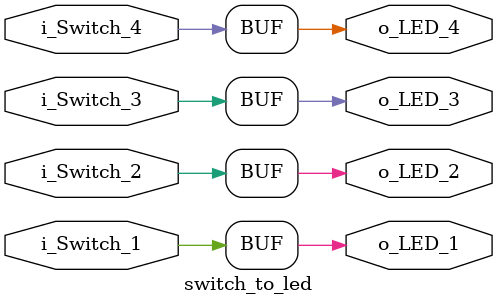
<source format=v>

module switch_to_led (
    // Entrées : 4 commutateurs (switches)
    input wire i_Switch_1,
    input wire i_Switch_2,
    input wire i_Switch_3,
    input wire i_Switch_4,

    // Sorties : 4 LEDs
    output wire o_LED_1,
    output wire o_LED_2,
    output wire o_LED_3,
    output wire o_LED_4
);

    // Assignation continue : connexion directe switch → LED
    assign o_LED_1 = i_Switch_1;
    assign o_LED_2 = i_Switch_2;
    assign o_LED_3 = i_Switch_3;
    assign o_LED_4 = i_Switch_4;

endmodule

</source>
